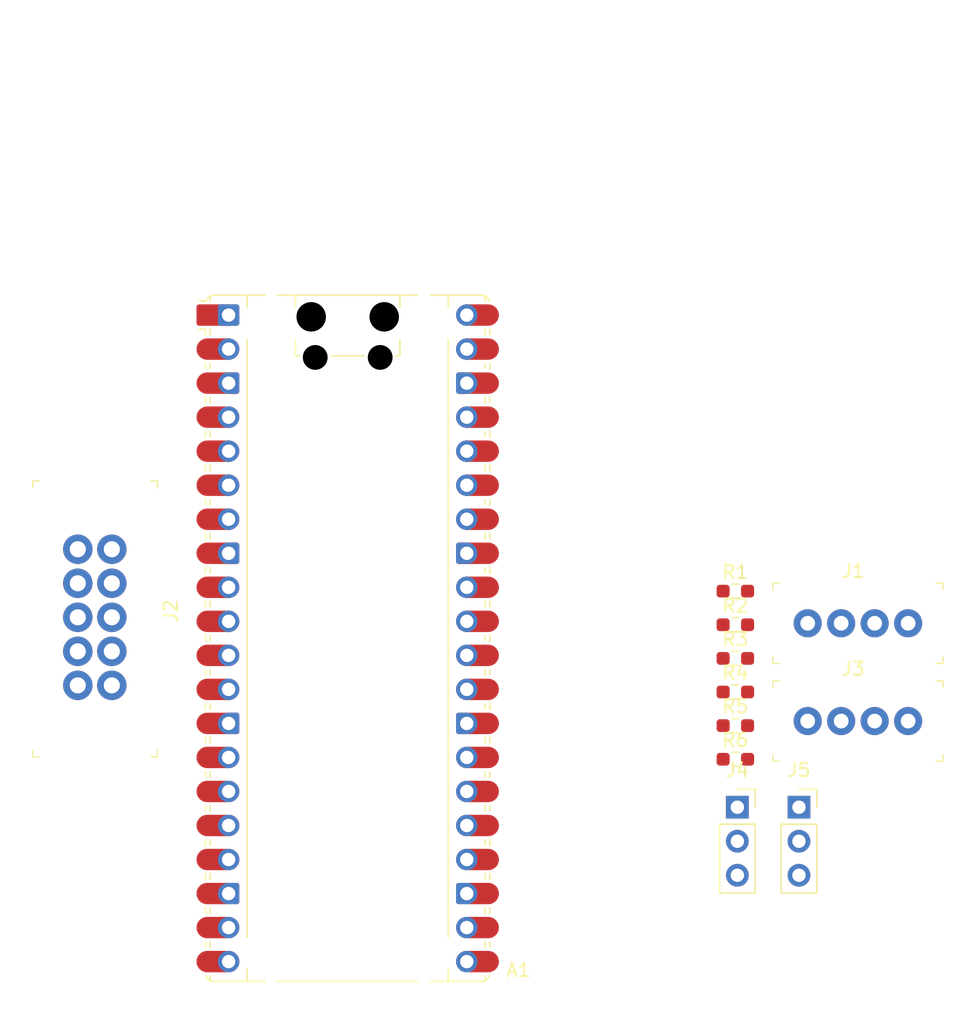
<source format=kicad_pcb>
(kicad_pcb (version 20241229) (generator "pcbnew") (generator_version "9.0")
  (layers (0 "F.Cu" signal) (2 "B.Cu" signal) (13 "F.Paste" user) (15 "B.Paste" user) (5 "F.SilkS" user "F.Silkscreen") (7 "B.SilkS" user "B.Silkscreen") (1 "F.Mask" user) (3 "B.Mask" user) (25 "Edge.Cuts" user))
  (net 0 "")
  (net 1 "GND")
  (net 2 "PDR")
  (net 3 "Encoder_LED_RED")
  (net 4 "DAT")
  (net 11 "I2C0_SDA")
  (net 12 "Encoder_PUSH")
  (net 16 "Encoder_LED_GREEN")
  (net 17 "LD")
  (net 19 "UART0_TX")
  (net 21 "CE")
  (net 24 "Encoder_A")
  (net 26 "UART0_RX")
  (net 27 "+5V")
  (net 28 "MUX")
  (net 29 "I2C0_SCL")
  (net 30 "+3.3V")
  (net 33 "Encoder_LED_BLUE")
  (net 34 "CLK")
  (net 36 "Encoder_B")
  (net 37 "LE")
  (net 48 "Net-(J5-Pin_2)")
  (net 49 "Net-(J5-Pin_1)")
  (net 50 "Net-(J5-Pin_4)")
  (footprint "Resistor_SMD:R_0603_1608Metric_Pad0.98x0.95mm_HandSolder" (layer "F.Cu") (at 148.55 97.645)
    (property "Reference" "R3" (at 0 -1.43 0) (layer "F.SilkS"))
    (property "Value" "1k")
    (fp_line (start -0.254724 -0.5225) (end 0.254724 -0.5225) (stroke (width 0.12)) (layer "F.SilkS"))
    (fp_line (start -0.254724 0.5225) (end 0.254724 0.5225) (stroke (width 0.12)) (layer "F.SilkS"))
    (pad "1" smd roundrect (at -0.9125 0) (size 0.975 0.95) (layers "F.Cu" "F.Mask" "F.Paste") (net 3 "Encoder_LED_RED"))
    (pad "2" smd roundrect (at 0.9125 0) (size 0.975 0.95) (layers "F.Cu" "F.Mask" "F.Paste") (net 49 "Net-(J5-Pin_1)"))
  )
  (footprint "digikey-footprints:PinHeader_2x5_P2.54mm_Drill1.2mm" (layer "F.Cu") (at 102 89.5 -90)
    (property "Reference" "J2" (at 4.6 -4.4 90) (layer "F.SilkS"))
    (property "Value" "302-S101")
    (fp_line (start -5.1 5.9) (end -4.6 5.9) (stroke (width 0.1)) (layer "F.SilkS"))
    (fp_line (start -5.1 5.9) (end -5.1 5.4) (stroke (width 0.1)) (layer "F.SilkS"))
    (fp_line (start 15.5 5.9) (end 15 5.9) (stroke (width 0.1)) (layer "F.SilkS"))
    (fp_line (start 15.5 5.9) (end 15.5 5.4) (stroke (width 0.1)) (layer "F.SilkS"))
    (fp_line (start -5.1 -3.4) (end -5.1 -2.9) (stroke (width 0.1)) (layer "F.SilkS"))
    (fp_line (start -5.1 -3.4) (end -4.6 -3.4) (stroke (width 0.1)) (layer "F.SilkS"))
    (fp_line (start 15.5 -3.4) (end 15.5 -2.9) (stroke (width 0.1)) (layer "F.SilkS"))
    (fp_line (start 15.5 -3.4) (end 15 -3.4) (stroke (width 0.1)) (layer "F.SilkS"))
    (pad "1" thru_hole circle (at 0 0 270) (size 2.2 2.2) (drill 1.2) (layers "*.Cu" "*.Mask") (net 1 "GND"))
    (pad "2" thru_hole circle (at 0 2.54 270) (size 2.2 2.2) (drill 1.2) (layers "*.Cu" "*.Mask") (net 30 "+3.3V"))
    (pad "3" thru_hole circle (at 2.54 0 270) (size 2.2 2.2) (drill 1.2) (layers "*.Cu" "*.Mask") (net 21 "CE"))
    (pad "4" thru_hole circle (at 2.54 2.54 270) (size 2.2 2.2) (drill 1.2) (layers "*.Cu" "*.Mask") (net 1 "GND"))
    (pad "5" thru_hole circle (at 5.08 0 270) (size 2.2 2.2) (drill 1.2) (layers "*.Cu" "*.Mask") (net 37 "LE"))
    (pad "6" thru_hole circle (at 5.08 2.54 270) (size 2.2 2.2) (drill 1.2) (layers "*.Cu" "*.Mask") (net 4 "DAT"))
    (pad "7" thru_hole circle (at 7.62 0 270) (size 2.2 2.2) (drill 1.2) (layers "*.Cu" "*.Mask") (net 34 "CLK"))
    (pad "8" thru_hole circle (at 7.62 2.54 270) (size 2.2 2.2) (drill 1.2) (layers "*.Cu" "*.Mask") (net 28 "MUX"))
    (pad "9" thru_hole circle (at 10.16 0 270) (size 2.2 2.2) (drill 1.2) (layers "*.Cu" "*.Mask") (net 17 "LD"))
    (pad "10" thru_hole circle (at 10.16 2.54 270) (size 2.2 2.2) (drill 1.2) (layers "*.Cu" "*.Mask") (net 2 "PDR"))
  )
  (footprint "Connector_PinSocket_2.54mm:PinSocket_1x03_P2.54mm_Vertical" (layer "F.Cu") (at 148.7 108.755)
    (property "Reference" "J4" (at 0 -2.77 0) (layer "F.SilkS"))
    (property "Value" "Conn_01x03_Socket")
    (fp_line (start -1.33 1.27) (end -1.33 6.41) (stroke (width 0.12)) (layer "F.SilkS"))
    (fp_line (start -1.33 1.27) (end 1.33 1.27) (stroke (width 0.12)) (layer "F.SilkS"))
    (fp_line (start -1.33 6.41) (end 1.33 6.41) (stroke (width 0.12)) (layer "F.SilkS"))
    (fp_line (start 0 -1.33) (end 1.33 -1.33) (stroke (width 0.12)) (layer "F.SilkS"))
    (fp_line (start 1.33 -1.33) (end 1.33 0) (stroke (width 0.12)) (layer "F.SilkS"))
    (fp_line (start 1.33 1.27) (end 1.33 6.41) (stroke (width 0.12)) (layer "F.SilkS"))
    (pad "1" thru_hole rect (at 0 0) (size 1.7 1.7) (drill 1) (layers "*.Cu" "*.Mask") (net 24 "Encoder_A"))
    (pad "2" thru_hole circle (at 0 2.54) (size 1.7 1.7) (drill 1) (layers "*.Cu" "*.Mask") (net 1 "GND"))
    (pad "3" thru_hole circle (at 0 5.08) (size 1.7 1.7) (drill 1) (layers "*.Cu" "*.Mask") (net 36 "Encoder_B"))
  )
  (footprint "Resistor_SMD:R_0603_1608Metric_Pad0.98x0.95mm_HandSolder" (layer "F.Cu") (at 148.55 95.135)
    (property "Reference" "R2" (at 0 -1.43 0) (layer "F.SilkS"))
    (property "Value" "NC")
    (fp_line (start -0.254724 -0.5225) (end 0.254724 -0.5225) (stroke (width 0.12)) (layer "F.SilkS"))
    (fp_line (start -0.254724 0.5225) (end 0.254724 0.5225) (stroke (width 0.12)) (layer "F.SilkS"))
    (pad "1" smd roundrect (at -0.9125 0) (size 0.975 0.95) (layers "F.Cu" "F.Mask" "F.Paste") (net 30 "+3.3V"))
    (pad "2" smd roundrect (at 0.9125 0) (size 0.975 0.95) (layers "F.Cu" "F.Mask" "F.Paste") (net 11 "I2C0_SDA"))
  )
  (footprint "digikey-footprints:PinHeader_1x4_P2.5mm_Drill1.1mm" (layer "F.Cu") (at 153.95 102.325)
    (property "Reference" "J3" (at 3.4 -3.9 0) (layer "F.SilkS"))
    (property "Value" "B4B-XH-A_LF__SN_")
    (fp_line (start -2.6 -3) (end -2.6 -2.5) (stroke (width 0.1)) (layer "F.SilkS"))
    (fp_line (start -2.6 -3) (end -2.1 -3) (stroke (width 0.1)) (layer "F.SilkS"))
    (fp_line (start -2.6 3) (end -2.6 2.5) (stroke (width 0.1)) (layer "F.SilkS"))
    (fp_line (start -2.6 3) (end -2.1 3) (stroke (width 0.1)) (layer "F.SilkS"))
    (fp_line (start 10.1 -3) (end 9.6 -3) (stroke (width 0.1)) (layer "F.SilkS"))
    (fp_line (start 10.1 -3) (end 10.1 -2.5) (stroke (width 0.1)) (layer "F.SilkS"))
    (fp_line (start 10.1 3) (end 9.6 3) (stroke (width 0.1)) (layer "F.SilkS"))
    (fp_line (start 10.1 3) (end 10.1 2.5) (stroke (width 0.1)) (layer "F.SilkS"))
    (pad "1" thru_hole circle (at 0 0) (size 2.1 2.1) (drill 1.1) (layers "*.Cu" "*.Mask") (net 27 "+5V"))
    (pad "2" thru_hole circle (at 2.5 0) (size 2.1 2.1) (drill 1.1) (layers "*.Cu" "*.Mask") (net 19 "UART0_TX"))
    (pad "3" thru_hole circle (at 5 0) (size 2.1 2.1) (drill 1.1) (layers "*.Cu" "*.Mask") (net 26 "UART0_RX"))
    (pad "4" thru_hole circle (at 7.5 0) (size 2.1 2.1) (drill 1.1) (layers "*.Cu" "*.Mask") (net 1 "GND"))
  )
  (footprint "Resistor_SMD:R_0603_1608Metric_Pad0.98x0.95mm_HandSolder" (layer "F.Cu") (at 148.55 105.175)
    (property "Reference" "R6" (at 0 -1.43 0) (layer "F.SilkS"))
    (property "Value" "10k")
    (fp_line (start -0.254724 -0.5225) (end 0.254724 -0.5225) (stroke (width 0.12)) (layer "F.SilkS"))
    (fp_line (start -0.254724 0.5225) (end 0.254724 0.5225) (stroke (width 0.12)) (layer "F.SilkS"))
    (pad "1" smd roundrect (at -0.9125 0) (size 0.975 0.95) (layers "F.Cu" "F.Mask" "F.Paste") (net 1 "GND"))
    (pad "2" smd roundrect (at 0.9125 0) (size 0.975 0.95) (layers "F.Cu" "F.Mask" "F.Paste") (net 12 "Encoder_PUSH"))
  )
  (footprint "Resistor_SMD:R_0603_1608Metric_Pad0.98x0.95mm_HandSolder" (layer "F.Cu") (at 148.55 102.665)
    (property "Reference" "R5" (at 0 -1.43 0) (layer "F.SilkS"))
    (property "Value" "1k")
    (fp_line (start -0.254724 -0.5225) (end 0.254724 -0.5225) (stroke (width 0.12)) (layer "F.SilkS"))
    (fp_line (start -0.254724 0.5225) (end 0.254724 0.5225) (stroke (width 0.12)) (layer "F.SilkS"))
    (pad "1" smd roundrect (at -0.9125 0) (size 0.975 0.95) (layers "F.Cu" "F.Mask" "F.Paste") (net 33 "Encoder_LED_BLUE"))
    (pad "2" smd roundrect (at 0.9125 0) (size 0.975 0.95) (layers "F.Cu" "F.Mask" "F.Paste") (net 50 "Net-(J5-Pin_4)"))
  )
  (footprint "Resistor_SMD:R_0603_1608Metric_Pad0.98x0.95mm_HandSolder" (layer "F.Cu") (at 148.55 92.625)
    (property "Reference" "R1" (at 0 -1.43 0) (layer "F.SilkS"))
    (property "Value" "NC")
    (fp_line (start -0.254724 -0.5225) (end 0.254724 -0.5225) (stroke (width 0.12)) (layer "F.SilkS"))
    (fp_line (start -0.254724 0.5225) (end 0.254724 0.5225) (stroke (width 0.12)) (layer "F.SilkS"))
    (pad "1" smd roundrect (at -0.9125 0) (size 0.975 0.95) (layers "F.Cu" "F.Mask" "F.Paste") (net 30 "+3.3V"))
    (pad "2" smd roundrect (at 0.9125 0) (size 0.975 0.95) (layers "F.Cu" "F.Mask" "F.Paste") (net 29 "I2C0_SCL"))
  )
  (footprint "digikey-footprints:PinHeader_1x4_P2.5mm_Drill1.1mm" (layer "F.Cu") (at 153.95 95.025)
    (property "Reference" "J1" (at 3.4 -3.9 0) (layer "F.SilkS"))
    (property "Value" "B4B-XH-A_LF__SN_")
    (fp_line (start -2.6 -3) (end -2.6 -2.5) (stroke (width 0.1)) (layer "F.SilkS"))
    (fp_line (start -2.6 -3) (end -2.1 -3) (stroke (width 0.1)) (layer "F.SilkS"))
    (fp_line (start -2.6 3) (end -2.6 2.5) (stroke (width 0.1)) (layer "F.SilkS"))
    (fp_line (start -2.6 3) (end -2.1 3) (stroke (width 0.1)) (layer "F.SilkS"))
    (fp_line (start 10.1 -3) (end 9.6 -3) (stroke (width 0.1)) (layer "F.SilkS"))
    (fp_line (start 10.1 -3) (end 10.1 -2.5) (stroke (width 0.1)) (layer "F.SilkS"))
    (fp_line (start 10.1 3) (end 9.6 3) (stroke (width 0.1)) (layer "F.SilkS"))
    (fp_line (start 10.1 3) (end 10.1 2.5) (stroke (width 0.1)) (layer "F.SilkS"))
    (pad "1" thru_hole circle (at 0 0) (size 2.1 2.1) (drill 1.1) (layers "*.Cu" "*.Mask") (net 30 "+3.3V"))
    (pad "2" thru_hole circle (at 2.5 0) (size 2.1 2.1) (drill 1.1) (layers "*.Cu" "*.Mask") (net 1 "GND"))
    (pad "3" thru_hole circle (at 5 0) (size 2.1 2.1) (drill 1.1) (layers "*.Cu" "*.Mask") (net 29 "I2C0_SCL"))
    (pad "4" thru_hole circle (at 7.5 0) (size 2.1 2.1) (drill 1.1) (layers "*.Cu" "*.Mask") (net 11 "I2C0_SDA"))
  )
  (footprint "Module:RaspberryPi_Pico_Common_Unspecified" (layer "F.Cu") (at 119.61 96.15)
    (property "Reference" "A1" (at 11.7475 24.765 0) (layer "F.SilkS") (effects (justify left)))
    (property "Value" "RaspberryPi_Pico")
    (fp_line (start -10.61 -23.07) (end -11.09 -23.07) (stroke (width 0.12)) (layer "F.SilkS"))
    (fp_line (start -10.61 -23.07) (end -10.61 -22.65) (stroke (width 0.12)) (layer "F.SilkS"))
    (fp_line (start -10.61 -20.53) (end -10.61 -20.11) (stroke (width 0.12)) (layer "F.SilkS"))
    (fp_line (start -10.61 -17.99) (end -10.61 -17.57) (stroke (width 0.12)) (layer "F.SilkS"))
    (fp_line (start -10.61 -15.45) (end -10.61 -15.03) (stroke (width 0.12)) (layer "F.SilkS"))
    (fp_line (start -10.61 -12.91) (end -10.61 -12.49) (stroke (width 0.12)) (layer "F.SilkS"))
    (fp_line (start -10.61 -10.37) (end -10.61 -9.95) (stroke (width 0.12)) (layer "F.SilkS"))
    (fp_line (start -10.61 -7.83) (end -10.61 -7.41) (stroke (width 0.12)) (layer "F.SilkS"))
    (fp_line (start -10.61 -5.29) (end -10.61 -4.87) (stroke (width 0.12)) (layer "F.SilkS"))
    (fp_line (start -10.61 -2.75) (end -10.61 -2.33) (stroke (width 0.12)) (layer "F.SilkS"))
    (fp_line (start -10.61 -0.21) (end -10.61 0.21) (stroke (width 0.12)) (layer "F.SilkS"))
    (fp_line (start -10.61 2.33) (end -10.61 2.75) (stroke (width 0.12)) (layer "F.SilkS"))
    (fp_line (start -10.61 4.87) (end -10.61 5.29) (stroke (width 0.12)) (layer "F.SilkS"))
    (fp_line (start -10.61 7.41) (end -10.61 7.83) (stroke (width 0.12)) (layer "F.SilkS"))
    (fp_line (start -10.61 9.95) (end -10.61 10.37) (stroke (width 0.12)) (layer "F.SilkS"))
    (fp_line (start -10.61 12.49) (end -10.61 12.91) (stroke (width 0.12)) (layer "F.SilkS"))
    (fp_line (start -10.61 15.03) (end -10.61 15.45) (stroke (width 0.12)) (layer "F.SilkS"))
    (fp_line (start -10.61 17.57) (end -10.61 17.99) (stroke (width 0.12)) (layer "F.SilkS"))
    (fp_line (start -10.61 20.11) (end -10.61 20.53) (stroke (width 0.12)) (layer "F.SilkS"))
    (fp_line (start -10.61 22.65) (end -10.61 23.07) (stroke (width 0.12)) (layer "F.SilkS"))
    (fp_line (start -10.579676 -25.19) (end -11.09 -25.19) (stroke (width 0.12)) (layer "F.SilkS"))
    (fp_line (start -10.27 -25.189937) (end -10.27 -25.547) (stroke (width 0.12)) (layer "F.SilkS"))
    (fp_line (start -10.27 -23.07) (end -10.27 -22.65) (stroke (width 0.12)) (layer "F.SilkS"))
    (fp_line (start -10.27 -20.53) (end -10.27 -20.11) (stroke (width 0.12)) (layer "F.SilkS"))
    (fp_line (start -10.27 -17.99) (end -10.27 -17.57) (stroke (width 0.12)) (layer "F.SilkS"))
    (fp_line (start -10.27 -15.45) (end -10.27 -15.03) (stroke (width 0.12)) (layer "F.SilkS"))
    (fp_line (start -10.27 -12.91) (end -10.27 -12.49) (stroke (width 0.12)) (layer "F.SilkS"))
    (fp_line (start -10.27 -10.37) (end -10.27 -9.95) (stroke (width 0.12)) (layer "F.SilkS"))
    (fp_line (start -10.27 -7.83) (end -10.27 -7.41) (stroke (width 0.12)) (layer "F.SilkS"))
    (fp_line (start -10.27 -5.29) (end -10.27 -4.87) (stroke (width 0.12)) (layer "F.SilkS"))
    (fp_line (start -10.27 -2.75) (end -10.27 -2.33) (stroke (width 0.12)) (layer "F.SilkS"))
    (fp_line (start -10.27 -0.21) (end -10.27 0.21) (stroke (width 0.12)) (layer "F.SilkS"))
    (fp_line (start -10.27 2.33) (end -10.27 2.75) (stroke (width 0.12)) (layer "F.SilkS"))
    (fp_line (start -10.27 4.87) (end -10.27 5.29) (stroke (width 0.12)) (layer "F.SilkS"))
    (fp_line (start -10.27 7.41) (end -10.27 7.83) (stroke (width 0.12)) (layer "F.SilkS"))
    (fp_line (start -10.27 9.95) (end -10.27 10.37) (stroke (width 0.12)) (layer "F.SilkS"))
    (fp_line (start -10.27 12.49) (end -10.27 12.91) (stroke (width 0.12)) (layer "F.SilkS"))
    (fp_line (start -10.27 15.03) (end -10.27 15.45) (stroke (width 0.12)) (layer "F.SilkS"))
    (fp_line (start -10.27 17.57) (end -10.27 17.99) (stroke (width 0.12)) (layer "F.SilkS"))
    (fp_line (start -10.27 20.11) (end -10.27 20.53) (stroke (width 0.12)) (layer "F.SilkS"))
    (fp_line (start -10.27 22.65) (end -10.27 23.07) (stroke (width 0.12)) (layer "F.SilkS"))
    (fp_line (start -10.27 25.189937) (end -10.27 25.547) (stroke (width 0.12)) (layer "F.SilkS"))
    (fp_line (start -10 -25.61) (end -7.51 -25.61) (stroke (width 0.12)) (layer "F.SilkS"))
    (fp_line (start -10 25.61) (end -6.162061 25.61) (stroke (width 0.12)) (layer "F.SilkS"))
    (fp_line (start -7.51 -25.61) (end -7.51 -24.69648) (stroke (width 0.12)) (layer "F.SilkS"))
    (fp_line (start -7.51 -25.61) (end -6.16206 -25.61) (stroke (width 0.12)) (layer "F.SilkS"))
    (fp_line (start -7.51 -22.30352) (end -7.51 22.30352) (stroke (width 0.12)) (layer "F.SilkS"))
    (fp_line (start -7.51 24.69648) (end -7.51 25.61) (stroke (width 0.12)) (layer "F.SilkS"))
    (fp_line (start -5.237939 -25.61) (end -4.235 -25.61) (stroke (width 0.12)) (layer "F.SilkS"))
    (fp_line (start -4.235 -25.61) (end 4.235 -25.61) (stroke (width 0.12)) (layer "F.SilkS"))
    (fp_line (start -3.9 -25.61) (end -3.9 -24.694) (stroke (width 0.12)) (layer "F.SilkS"))
    (fp_line (start -3.9 -22.306) (end -3.9 -21.09) (stroke (width 0.12)) (layer "F.SilkS"))
    (fp_line (start -3.9 -21.09) (end -3.60391 -21.09) (stroke (width 0.12)) (layer "F.SilkS"))
    (fp_line (start -3.6 25.61) (end -5.237939 25.61) (stroke (width 0.12)) (layer "F.SilkS"))
    (fp_line (start -1.24609 -21.09) (end 1.24609 -21.09) (stroke (width 0.12)) (layer "F.SilkS"))
    (fp_line (start 3.6 25.61) (end -3.6 25.61) (stroke (width 0.12)) (layer "F.SilkS"))
    (fp_line (start 3.60391 -21.09) (end 3.9 -21.09) (stroke (width 0.12)) (layer "F.SilkS"))
    (fp_line (start 3.9 -25.61) (end 3.9 -24.694) (stroke (width 0.12)) (layer "F.SilkS"))
    (fp_line (start 3.9 -22.306) (end 3.9 -21.09) (stroke (width 0.12)) (layer "F.SilkS"))
    (fp_line (start 4.235 -25.61) (end 5.237939 -25.61) (stroke (width 0.12)) (layer "F.SilkS"))
    (fp_line (start 5.237939 25.61) (end 3.6 25.61) (stroke (width 0.12)) (layer "F.SilkS"))
    (fp_line (start 6.162061 -25.61) (end 7.51 -25.61) (stroke (width 0.12)) (layer "F.SilkS"))
    (fp_line (start 6.162061 25.61) (end 10 25.61) (stroke (width 0.12)) (layer "F.SilkS"))
    (fp_line (start 7.51 -25.61) (end 7.51 -24.69648) (stroke (width 0.12)) (layer "F.SilkS"))
    (fp_line (start 7.51 -22.30352) (end 7.51 22.30352) (stroke (width 0.12)) (layer "F.SilkS"))
    (fp_line (start 7.51 24.69648) (end 7.51 25.61) (stroke (width 0.12)) (layer "F.SilkS"))
    (fp_line (start 10 -25.61) (end 7.51 -25.61) (stroke (width 0.12)) (layer "F.SilkS"))
    (fp_line (start 10.27 -25.189937) (end 10.27 -25.547) (stroke (width 0.12)) (layer "F.SilkS"))
    (fp_line (start 10.27 -23.07) (end 10.27 -22.65) (stroke (width 0.12)) (layer "F.SilkS"))
    (fp_line (start 10.27 -20.53) (end 10.27 -20.11) (stroke (width 0.12)) (layer "F.SilkS"))
    (fp_line (start 10.27 -17.99) (end 10.27 -17.57) (stroke (width 0.12)) (layer "F.SilkS"))
    (fp_line (start 10.27 -15.45) (end 10.27 -15.03) (stroke (width 0.12)) (layer "F.SilkS"))
    (fp_line (start 10.27 -12.91) (end 10.27 -12.49) (stroke (width 0.12)) (layer "F.SilkS"))
    (fp_line (start 10.27 -10.37) (end 10.27 -9.95) (stroke (width 0.12)) (layer "F.SilkS"))
    (fp_line (start 10.27 -7.83) (end 10.27 -7.41) (stroke (width 0.12)) (layer "F.SilkS"))
    (fp_line (start 10.27 -5.29) (end 10.27 -4.87) (stroke (width 0.12)) (layer "F.SilkS"))
    (fp_line (start 10.27 -2.75) (end 10.27 -2.33) (stroke (width 0.12)) (layer "F.SilkS"))
    (fp_line (start 10.27 -0.21) (end 10.27 0.21) (stroke (width 0.12)) (layer "F.SilkS"))
    (fp_line (start 10.27 2.33) (end 10.27 2.75) (stroke (width 0.12)) (layer "F.SilkS"))
    (fp_line (start 10.27 4.87) (end 10.27 5.29) (stroke (width 0.12)) (layer "F.SilkS"))
    (fp_line (start 10.27 7.41) (end 10.27 7.83) (stroke (width 0.12)) (layer "F.SilkS"))
    (fp_line (start 10.27 9.95) (end 10.27 10.37) (stroke (width 0.12)) (layer "F.SilkS"))
    (fp_line (start 10.27 12.49) (end 10.27 12.91) (stroke (width 0.12)) (layer "F.SilkS"))
    (fp_line (start 10.27 15.03) (end 10.27 15.45) (stroke (width 0.12)) (layer "F.SilkS"))
    (fp_line (start 10.27 17.57) (end 10.27 17.99) (stroke (width 0.12)) (layer "F.SilkS"))
    (fp_line (start 10.27 20.11) (end 10.27 20.53) (stroke (width 0.12)) (layer "F.SilkS"))
    (fp_line (start 10.27 22.65) (end 10.27 23.07) (stroke (width 0.12)) (layer "F.SilkS"))
    (fp_line (start 10.27 25.189937) (end 10.27 25.547) (stroke (width 0.12)) (layer "F.SilkS"))
    (fp_line (start 10.61 -23.07) (end 10.61 -22.65) (stroke (width 0.12)) (layer "F.SilkS"))
    (fp_line (start 10.61 -20.53) (end 10.61 -20.11) (stroke (width 0.12)) (layer "F.SilkS"))
    (fp_line (start 10.61 -17.99) (end 10.61 -17.57) (stroke (width 0.12)) (layer "F.SilkS"))
    (fp_line (start 10.61 -15.45) (end 10.61 -15.03) (stroke (width 0.12)) (layer "F.SilkS"))
    (fp_line (start 10.61 -12.91) (end 10.61 -12.49) (stroke (width 0.12)) (layer "F.SilkS"))
    (fp_line (start 10.61 -10.37) (end 10.61 -9.95) (stroke (width 0.12)) (layer "F.SilkS"))
    (fp_line (start 10.61 -7.83) (end 10.61 -7.41) (stroke (width 0.12)) (layer "F.SilkS"))
    (fp_line (start 10.61 -5.29) (end 10.61 -4.87) (stroke (width 0.12)) (layer "F.SilkS"))
    (fp_line (start 10.61 -2.75) (end 10.61 -2.33) (stroke (width 0.12)) (layer "F.SilkS"))
    (fp_line (start 10.61 -0.21) (end 10.61 0.21) (stroke (width 0.12)) (layer "F.SilkS"))
    (fp_line (start 10.61 2.33) (end 10.61 2.75) (stroke (width 0.12)) (layer "F.SilkS"))
    (fp_line (start 10.61 4.87) (end 10.61 5.29) (stroke (width 0.12)) (layer "F.SilkS"))
    (fp_line (start 10.61 7.41) (end 10.61 7.83) (stroke (width 0.12)) (layer "F.SilkS"))
    (fp_line (start 10.61 9.95) (end 10.61 10.37) (stroke (width 0.12)) (layer "F.SilkS"))
    (fp_line (start 10.61 12.49) (end 10.61 12.91) (stroke (width 0.12)) (layer "F.SilkS"))
    (fp_line (start 10.61 15.03) (end 10.61 15.45) (stroke (width 0.12)) (layer "F.SilkS"))
    (fp_line (start 10.61 17.57) (end 10.61 17.99) (stroke (width 0.12)) (layer "F.SilkS"))
    (fp_line (start 10.61 20.11) (end 10.61 20.53) (stroke (width 0.12)) (layer "F.SilkS"))
    (fp_line (start 10.61 22.65) (end 10.61 23.07) (stroke (width 0.12)) (layer "F.SilkS"))
    (fp_arc (start -10.579676 -25.19) (mid -10.357938 -25.493944) (end -10 -25.61) (stroke (width 0.12)) (layer "F.SilkS"))
    (fp_arc (start -10 25.61) (mid -10.357937 25.493944) (end -10.579676 25.189937) (stroke (width 0.12)) (layer "F.SilkS"))
    (fp_arc (start 10 -25.61) (mid 10.357937 -25.493944) (end 10.579676 -25.189937) (stroke (width 0.12)) (layer "F.SilkS"))
    (fp_arc (start 10.579676 25.189937) (mid 10.357946 25.493957) (end 10 25.61) (stroke (width 0.12)) (layer "F.SilkS"))
    (pad "" np_thru_hole circle (at -2.725 -24) (size 2.2 2.2) (drill 2.2) (layers "*.Mask"))
    (pad "" np_thru_hole circle (at -2.425 -20.97) (size 1.85 1.85) (drill 1.85) (layers "*.Mask"))
    (pad "" np_thru_hole circle (at 2.425 -20.97) (size 1.85 1.85) (drill 1.85) (layers "*.Mask"))
    (pad "" np_thru_hole circle (at 2.725 -24) (size 2.2 2.2) (drill 2.2) (layers "*.Mask"))
    (pad "1" smd custom (at -9.69 -24.13) (size 1.6 0.8) (layers "F.Cu" "F.Mask") (net 19 "UART0_TX") (options (clearance outline) (anchor rect)) (primitives (gr_circle (center 0.8 0) (end 1.6 0) (width 0) (fill yes)) (gr_poly (pts (xy -1.6 -0.6) (xy -1.6 0.6) (xy -1.4 0.8) (xy 0.8 0.8) (xy 0.8 -0.8) (xy -1.4 -0.8)) (width 0) (fill yes)) (gr_circle (center -1.4 -0.6) (end -1.2 -0.6) (width 0) (fill yes)) (gr_circle (center -1.4 0.6) (end -1.2 0.6) (width 0) (fill yes))))
    (pad "1" thru_hole roundrect (at -8.89 -24.13) (size 1.6 1.6) (drill 1) (layers "*.Cu" "*.Mask") (roundrect_rratio 0.125) (net 19 "UART0_TX"))
    (pad "2" smd roundrect (at -9.69 -21.59) (size 3.2 1.6) (layers "F.Cu" "F.Mask") (roundrect_rratio 0.5) (net 26 "UART0_RX"))
    (pad "2" thru_hole circle (at -8.89 -21.59) (size 1.6 1.6) (drill 1) (layers "*.Cu" "*.Mask") (net 26 "UART0_RX"))
    (pad "3" smd custom (at -9.69 -19.05) (size 1.6 0.8) (layers "F.Cu" "F.Mask") (net 1 "GND") (options (clearance outline) (anchor rect)) (primitives (gr_circle (center -0.8 0) (end 0 0) (width 0) (fill yes)) (gr_poly (pts (xy 1.6 -0.6) (xy 1.6 0.6) (xy 1.4 0.8) (xy -0.8 0.8) (xy -0.8 -0.8) (xy 1.4 -0.8)) (width 0) (fill yes)) (gr_circle (center 1.4 -0.6) (end 1.6 -0.6) (width 0) (fill yes)) (gr_circle (center 1.4 0.6) (end 1.6 0.6) (width 0) (fill yes))))
    (pad "3" thru_hole custom (at -8.89 -19.05) (size 1.6 1.6) (drill 1) (layers "*.Cu" "*.Mask") (net 1 "GND") (options (clearance outline) (anchor circle)) (primitives (gr_poly (pts (xy 0.8 0.6) (xy 0.8 -0.6) (xy 0.6 -0.8) (xy 0 -0.8) (xy 0 0.8) (xy 0.6 0.8)) (width 0) (fill yes)) (gr_circle (center 0.6 0.6) (end 0.8 0.6) (width 0) (fill yes)) (gr_circle (center 0.6 -0.6) (end 0.8 -0.6) (width 0) (fill yes))))
    (pad "4" smd roundrect (at -9.69 -16.51) (size 3.2 1.6) (layers "F.Cu" "F.Mask") (roundrect_rratio 0.5) (net 34 "CLK"))
    (pad "4" thru_hole circle (at -8.89 -16.51) (size 1.6 1.6) (drill 1) (layers "*.Cu" "*.Mask") (net 34 "CLK"))
    (pad "5" smd roundrect (at -9.69 -13.97) (size 3.2 1.6) (layers "F.Cu" "F.Mask") (roundrect_rratio 0.5) (net 4 "DAT"))
    (pad "5" thru_hole circle (at -8.89 -13.97) (size 1.6 1.6) (drill 1) (layers "*.Cu" "*.Mask") (net 4 "DAT"))
    (pad "6" smd roundrect (at -9.69 -11.43) (size 3.2 1.6) (layers "F.Cu" "F.Mask") (roundrect_rratio 0.5) (net 28 "MUX"))
    (pad "6" thru_hole circle (at -8.89 -11.43) (size 1.6 1.6) (drill 1) (layers "*.Cu" "*.Mask") (net 28 "MUX"))
    (pad "7" smd roundrect (at -9.69 -8.89) (size 3.2 1.6) (layers "F.Cu" "F.Mask") (roundrect_rratio 0.5) (net 21 "CE"))
    (pad "7" thru_hole circle (at -8.89 -8.89) (size 1.6 1.6) (drill 1) (layers "*.Cu" "*.Mask") (net 21 "CE"))
    (pad "8" smd custom (at -9.69 -6.35) (size 1.6 0.8) (layers "F.Cu" "F.Mask") (net 1 "GND") (options (clearance outline) (anchor rect)) (primitives (gr_circle (center -0.8 0) (end 0 0) (width 0) (fill yes)) (gr_poly (pts (xy 1.6 -0.6) (xy 1.6 0.6) (xy 1.4 0.8) (xy -0.8 0.8) (xy -0.8 -0.8) (xy 1.4 -0.8)) (width 0) (fill yes)) (gr_circle (center 1.4 -0.6) (end 1.6 -0.6) (width 0) (fill yes)) (gr_circle (center 1.4 0.6) (end 1.6 0.6) (width 0) (fill yes))))
    (pad "8" thru_hole custom (at -8.89 -6.35) (size 1.6 1.6) (drill 1) (layers "*.Cu" "*.Mask") (net 1 "GND") (options (clearance outline) (anchor circle)) (primitives (gr_poly (pts (xy 0.8 0.6) (xy 0.8 -0.6) (xy 0.6 -0.8) (xy 0 -0.8) (xy 0 0.8) (xy 0.6 0.8)) (width 0) (fill yes)) (gr_circle (center 0.6 0.6) (end 0.8 0.6) (width 0) (fill yes)) (gr_circle (center 0.6 -0.6) (end 0.8 -0.6) (width 0) (fill yes))))
    (pad "9" smd roundrect (at -9.69 -3.81) (size 3.2 1.6) (layers "F.Cu" "F.Mask") (roundrect_rratio 0.5) (net 2 "PDR"))
    (pad "9" thru_hole circle (at -8.89 -3.81) (size 1.6 1.6) (drill 1) (layers "*.Cu" "*.Mask") (net 2 "PDR"))
    (pad "10" smd roundrect (at -9.69 -1.27) (size 3.2 1.6) (layers "F.Cu" "F.Mask") (roundrect_rratio 0.5) (net 37 "LE"))
    (pad "10" thru_hole circle (at -8.89 -1.27) (size 1.6 1.6) (drill 1) (layers "*.Cu" "*.Mask") (net 37 "LE"))
    (pad "11" smd roundrect (at -9.69 1.27) (size 3.2 1.6) (layers "F.Cu" "F.Mask") (roundrect_rratio 0.5) (net 17 "LD"))
    (pad "11" thru_hole circle (at -8.89 1.27) (size 1.6 1.6) (drill 1) (layers "*.Cu" "*.Mask") (net 17 "LD"))
    (pad "12" smd roundrect (at -9.69 3.81) (size 3.2 1.6) (layers "F.Cu" "F.Mask") (roundrect_rratio 0.5))
    (pad "12" thru_hole circle (at -8.89 3.81) (size 1.6 1.6) (drill 1) (layers "*.Cu" "*.Mask"))
    (pad "13" smd custom (at -9.69 6.35) (size 1.6 0.8) (layers "F.Cu" "F.Mask") (net 1 "GND") (options (clearance outline) (anchor rect)) (primitives (gr_circle (center -0.8 0) (end 0 0) (width 0) (fill yes)) (gr_poly (pts (xy 1.6 -0.6) (xy 1.6 0.6) (xy 1.4 0.8) (xy -0.8 0.8) (xy -0.8 -0.8) (xy 1.4 -0.8)) (width 0) (fill yes)) (gr_circle (center 1.4 -0.6) (end 1.6 -0.6) (width 0) (fill yes)) (gr_circle (center 1.4 0.6) (end 1.6 0.6) (width 0) (fill yes))))
    (pad "13" thru_hole custom (at -8.89 6.35) (size 1.6 1.6) (drill 1) (layers "*.Cu" "*.Mask") (net 1 "GND") (options (clearance outline) (anchor circle)) (primitives (gr_poly (pts (xy 0.8 0.6) (xy 0.8 -0.6) (xy 0.6 -0.8) (xy 0 -0.8) (xy 0 0.8) (xy 0.6 0.8)) (width 0) (fill yes)) (gr_circle (center 0.6 0.6) (end 0.8 0.6) (width 0) (fill yes)) (gr_circle (center 0.6 -0.6) (end 0.8 -0.6) (width 0) (fill yes))))
    (pad "14" smd roundrect (at -9.69 8.89) (size 3.2 1.6) (layers "F.Cu" "F.Mask") (roundrect_rratio 0.5) (net 24 "Encoder_A"))
    (pad "14" thru_hole circle (at -8.89 8.89) (size 1.6 1.6) (drill 1) (layers "*.Cu" "*.Mask") (net 24 "Encoder_A"))
    (pad "15" smd roundrect (at -9.69 11.43) (size 3.2 1.6) (layers "F.Cu" "F.Mask") (roundrect_rratio 0.5) (net 36 "Encoder_B"))
    (pad "15" thru_hole circle (at -8.89 11.43) (size 1.6 1.6) (drill 1) (layers "*.Cu" "*.Mask") (net 36 "Encoder_B"))
    (pad "16" smd roundrect (at -9.69 13.97) (size 3.2 1.6) (layers "F.Cu" "F.Mask") (roundrect_rratio 0.5))
    (pad "16" thru_hole circle (at -8.89 13.97) (size 1.6 1.6) (drill 1) (layers "*.Cu" "*.Mask"))
    (pad "17" smd roundrect (at -9.69 16.51) (size 3.2 1.6) (layers "F.Cu" "F.Mask") (roundrect_rratio 0.5))
    (pad "17" thru_hole circle (at -8.89 16.51) (size 1.6 1.6) (drill 1) (layers "*.Cu" "*.Mask"))
    (pad "18" smd custom (at -9.69 19.05) (size 1.6 0.8) (layers "F.Cu" "F.Mask") (net 1 "GND") (options (clearance outline) (anchor rect)) (primitives (gr_circle (center -0.8 0) (end 0 0) (width 0) (fill yes)) (gr_poly (pts (xy 1.6 -0.6) (xy 1.6 0.6) (xy 1.4 0.8) (xy -0.8 0.8) (xy -0.8 -0.8) (xy 1.4 -0.8)) (width 0) (fill yes)) (gr_circle (center 1.4 -0.6) (end 1.6 -0.6) (width 0) (fill yes)) (gr_circle (center 1.4 0.6) (end 1.6 0.6) (width 0) (fill yes))))
    (pad "18" thru_hole custom (at -8.89 19.05) (size 1.6 1.6) (drill 1) (layers "*.Cu" "*.Mask") (net 1 "GND") (options (clearance outline) (anchor circle)) (primitives (gr_poly (pts (xy 0.8 0.6) (xy 0.8 -0.6) (xy 0.6 -0.8) (xy 0 -0.8) (xy 0 0.8) (xy 0.6 0.8)) (width 0) (fill yes)) (gr_circle (center 0.6 0.6) (end 0.8 0.6) (width 0) (fill yes)) (gr_circle (center 0.6 -0.6) (end 0.8 -0.6) (width 0) (fill yes))))
    (pad "19" smd roundrect (at -9.69 21.59) (size 3.2 1.6) (layers "F.Cu" "F.Mask") (roundrect_rratio 0.5))
    (pad "19" thru_hole circle (at -8.89 21.59) (size 1.6 1.6) (drill 1) (layers "*.Cu" "*.Mask"))
    (pad "20" smd roundrect (at -9.69 24.13) (size 3.2 1.6) (layers "F.Cu" "F.Mask") (roundrect_rratio 0.5))
    (pad "20" thru_hole circle (at -8.89 24.13) (size 1.6 1.6) (drill 1) (layers "*.Cu" "*.Mask"))
    (pad "21" thru_hole circle (at 8.89 24.13) (size 1.6 1.6) (drill 1) (layers "*.Cu" "*.Mask") (net 11 "I2C0_SDA"))
    (pad "21" smd roundrect (at 9.69 24.13) (size 3.2 1.6) (layers "F.Cu" "F.Mask") (roundrect_rratio 0.5) (net 11 "I2C0_SDA"))
    (pad "22" thru_hole circle (at 8.89 21.59) (size 1.6 1.6) (drill 1) (layers "*.Cu" "*.Mask") (net 29 "I2C0_SCL"))
    (pad "22" smd roundrect (at 9.69 21.59) (size 3.2 1.6) (layers "F.Cu" "F.Mask") (roundrect_rratio 0.5) (net 29 "I2C0_SCL"))
    (pad "23" thru_hole custom (at 8.89 19.05) (size 1.6 1.6) (drill 1) (layers "*.Cu" "*.Mask") (net 1 "GND") (options (clearance outline) (anchor circle)) (primitives (gr_poly (pts (xy -0.8 0.6) (xy -0.8 -0.6) (xy -0.6 -0.8) (xy 0 -0.8) (xy 0 0.8) (xy -0.6 0.8)) (width 0) (fill yes)) (gr_circle (center -0.6 0.6) (end -0.4 0.6) (width 0) (fill yes)) (gr_circle (center -0.6 -0.6) (end -0.4 -0.6) (width 0) (fill yes))))
    (pad "23" smd custom (at 9.69 19.05) (size 1.6 0.8) (layers "F.Cu" "F.Mask") (net 1 "GND") (options (clearance outline) (anchor rect)) (primitives (gr_circle (center 0.8 0) (end 1.6 0) (width 0) (fill yes)) (gr_poly (pts (xy -1.6 -0.6) (xy -1.6 0.6) (xy -1.4 0.8) (xy 0.8 0.8) (xy 0.8 -0.8) (xy -1.4 -0.8)) (width 0) (fill yes)) (gr_circle (center -1.4 -0.6) (end -1.2 -0.6) (width 0) (fill yes)) (gr_circle (center -1.4 0.6) (end -1.2 0.6) (width 0) (fill yes))))
    (pad "24" thru_hole circle (at 8.89 16.51) (size 1.6 1.6) (drill 1) (layers "*.Cu" "*.Mask") (net 12 "Encoder_PUSH"))
    (pad "24" smd roundrect (at 9.69 16.51) (size 3.2 1.6) (layers "F.Cu" "F.Mask") (roundrect_rratio 0.5) (net 12 "Encoder_PUSH"))
    (pad "25" thru_hole circle (at 8.89 13.97) (size 1.6 1.6) (drill 1) (layers "*.Cu" "*.Mask") (net 3 "Encoder_LED_RED"))
    (pad "25" smd roundrect (at 9.69 13.97) (size 3.2 1.6) (layers "F.Cu" "F.Mask") (roundrect_rratio 0.5) (net 3 "Encoder_LED_RED"))
    (pad "26" thru_hole circle (at 8.89 11.43) (size 1.6 1.6) (drill 1) (layers "*.Cu" "*.Mask") (net 16 "Encoder_LED_GREEN"))
    (pad "26" smd roundrect (at 9.69 11.43) (size 3.2 1.6) (layers "F.Cu" "F.Mask") (roundrect_rratio 0.5) (net 16 "Encoder_LED_GREEN"))
    (pad "27" thru_hole circle (at 8.89 8.89) (size 1.6 1.6) (drill 1) (layers "*.Cu" "*.Mask") (net 33 "Encoder_LED_BLUE"))
    (pad "27" smd roundrect (at 9.69 8.89) (size 3.2 1.6) (layers "F.Cu" "F.Mask") (roundrect_rratio 0.5) (net 33 "Encoder_LED_BLUE"))
    (pad "28" thru_hole custom (at 8.89 6.35) (size 1.6 1.6) (drill 1) (layers "*.Cu" "*.Mask") (net 1 "GND") (options (clearance outline) (anchor circle)) (primitives (gr_poly (pts (xy -0.8 0.6) (xy -0.8 -0.6) (xy -0.6 -0.8) (xy 0 -0.8) (xy 0 0.8) (xy -0.6 0.8)) (width 0) (fill yes)) (gr_circle (center -0.6 0.6) (end -0.4 0.6) (width 0) (fill yes)) (gr_circle (center -0.6 -0.6) (end -0.4 -0.6) (width 0) (fill yes))))
    (pad "28" smd custom (at 9.69 6.35) (size 1.6 0.8) (layers "F.Cu" "F.Mask") (net 1 "GND") (options (clearance outline) (anchor rect)) (primitives (gr_circle (center 0.8 0) (end 1.6 0) (width 0) (fill yes)) (gr_poly (pts (xy -1.6 -0.6) (xy -1.6 0.6) (xy -1.4 0.8) (xy 0.8 0.8) (xy 0.8 -0.8) (xy -1.4 -0.8)) (width 0) (fill yes)) (gr_circle (center -1.4 -0.6) (end -1.2 -0.6) (width 0) (fill yes)) (gr_circle (center -1.4 0.6) (end -1.2 0.6) (width 0) (fill yes))))
    (pad "29" thru_hole circle (at 8.89 3.81) (size 1.6 1.6) (drill 1) (layers "*.Cu" "*.Mask"))
    (pad "29" smd roundrect (at 9.69 3.81) (size 3.2 1.6) (layers "F.Cu" "F.Mask") (roundrect_rratio 0.5))
    (pad "30" thru_hole circle (at 8.89 1.27) (size 1.6 1.6) (drill 1) (layers "*.Cu" "*.Mask"))
    (pad "30" smd roundrect (at 9.69 1.27) (size 3.2 1.6) (layers "F.Cu" "F.Mask") (roundrect_rratio 0.5))
    (pad "31" thru_hole circle (at 8.89 -1.27) (size 1.6 1.6) (drill 1) (layers "*.Cu" "*.Mask"))
    (pad "31" smd roundrect (at 9.69 -1.27) (size 3.2 1.6) (layers "F.Cu" "F.Mask") (roundrect_rratio 0.5))
    (pad "32" thru_hole circle (at 8.89 -3.81) (size 1.6 1.6) (drill 1) (layers "*.Cu" "*.Mask"))
    (pad "32" smd roundrect (at 9.69 -3.81) (size 3.2 1.6) (layers "F.Cu" "F.Mask") (roundrect_rratio 0.5))
    (pad "33" thru_hole custom (at 8.89 -6.35) (size 1.6 1.6) (drill 1) (layers "*.Cu" "*.Mask") (options (clearance outline) (anchor circle)) (primitives (gr_poly (pts (xy -0.8 0.6) (xy -0.8 -0.6) (xy -0.6 -0.8) (xy 0 -0.8) (xy 0 0.8) (xy -0.6 0.8)) (width 0) (fill yes)) (gr_circle (center -0.6 0.6) (end -0.4 0.6) (width 0) (fill yes)) (gr_circle (center -0.6 -0.6) (end -0.4 -0.6) (width 0) (fill yes))))
    (pad "33" smd custom (at 9.69 -6.35) (size 1.6 0.8) (layers "F.Cu" "F.Mask") (options (clearance outline) (anchor rect)) (primitives (gr_circle (center 0.8 0) (end 1.6 0) (width 0) (fill yes)) (gr_poly (pts (xy -1.6 -0.6) (xy -1.6 0.6) (xy -1.4 0.8) (xy 0.8 0.8) (xy 0.8 -0.8) (xy -1.4 -0.8)) (width 0) (fill yes)) (gr_circle (center -1.4 -0.6) (end -1.2 -0.6) (width 0) (fill yes)) (gr_circle (center -1.4 0.6) (end -1.2 0.6) (width 0) (fill yes))))
    (pad "34" thru_hole circle (at 8.89 -8.89) (size 1.6 1.6) (drill 1) (layers "*.Cu" "*.Mask"))
    (pad "34" smd roundrect (at 9.69 -8.89) (size 3.2 1.6) (layers "F.Cu" "F.Mask") (roundrect_rratio 0.5))
    (pad "35" thru_hole circle (at 8.89 -11.43) (size 1.6 1.6) (drill 1) (layers "*.Cu" "*.Mask"))
    (pad "35" smd roundrect (at 9.69 -11.43) (size 3.2 1.6) (layers "F.Cu" "F.Mask") (roundrect_rratio 0.5))
    (pad "36" thru_hole circle (at 8.89 -13.97) (size 1.6 1.6) (drill 1) (layers "*.Cu" "*.Mask") (net 30 "+3.3V"))
    (pad "36" smd roundrect (at 9.69 -13.97) (size 3.2 1.6) (layers "F.Cu" "F.Mask") (roundrect_rratio 0.5) (net 30 "+3.3V"))
    (pad "37" thru_hole circle (at 8.89 -16.51) (size 1.6 1.6) (drill 1) (layers "*.Cu" "*.Mask"))
    (pad "37" smd roundrect (at 9.69 -16.51) (size 3.2 1.6) (layers "F.Cu" "F.Mask") (roundrect_rratio 0.5))
    (pad "38" thru_hole custom (at 8.89 -19.05) (size 1.6 1.6) (drill 1) (layers "*.Cu" "*.Mask") (net 1 "GND") (options (clearance outline) (anchor circle)) (primitives (gr_poly (pts (xy -0.8 0.6) (xy -0.8 -0.6) (xy -0.6 -0.8) (xy 0 -0.8) (xy 0 0.8) (xy -0.6 0.8)) (width 0) (fill yes)) (gr_circle (center -0.6 0.6) (end -0.4 0.6) (width 0) (fill yes)) (gr_circle (center -0.6 -0.6) (end -0.4 -0.6) (width 0) (fill yes))))
    (pad "38" smd custom (at 9.69 -19.05) (size 1.6 0.8) (layers "F.Cu" "F.Mask") (net 1 "GND") (options (clearance outline) (anchor rect)) (primitives (gr_circle (center 0.8 0) (end 1.6 0) (width 0) (fill yes)) (gr_poly (pts (xy -1.6 -0.6) (xy -1.6 0.6) (xy -1.4 0.8) (xy 0.8 0.8) (xy 0.8 -0.8) (xy -1.4 -0.8)) (width 0) (fill yes)) (gr_circle (center -1.4 -0.6) (end -1.2 -0.6) (width 0) (fill yes)) (gr_circle (center -1.4 0.6) (end -1.2 0.6) (width 0) (fill yes))))
    (pad "39" thru_hole circle (at 8.89 -21.59) (size 1.6 1.6) (drill 1) (layers "*.Cu" "*.Mask"))
    (pad "39" smd roundrect (at 9.69 -21.59) (size 3.2 1.6) (layers "F.Cu" "F.Mask") (roundrect_rratio 0.5))
    (pad "40" thru_hole circle (at 8.89 -24.13) (size 1.6 1.6) (drill 1) (layers "*.Cu" "*.Mask") (net 27 "+5V"))
    (pad "40" smd roundrect (at 9.69 -24.13) (size 3.2 1.6) (layers "F.Cu" "F.Mask") (roundrect_rratio 0.5) (net 27 "+5V"))
  )
  (footprint "Connector_PinSocket_2.54mm:PinSocket_1x03_P2.54mm_Vertical" (layer "F.Cu") (at 153.3 108.755)
    (property "Reference" "J5" (at 0 -2.77 0) (layer "F.SilkS"))
    (property "Value" "Conn_01x05_Socket")
    (fp_line (start -1.33 1.27) (end -1.33 6.41) (stroke (width 0.12)) (layer "F.SilkS"))
    (fp_line (start -1.33 1.27) (end 1.33 1.27) (stroke (width 0.12)) (layer "F.SilkS"))
    (fp_line (start -1.33 6.41) (end 1.33 6.41) (stroke (width 0.12)) (layer "F.SilkS"))
    (fp_line (start 0 -1.33) (end 1.33 -1.33) (stroke (width 0.12)) (layer "F.SilkS"))
    (fp_line (start 1.33 -1.33) (end 1.33 0) (stroke (width 0.12)) (layer "F.SilkS"))
    (fp_line (start 1.33 1.27) (end 1.33 6.41) (stroke (width 0.12)) (layer "F.SilkS"))
    (pad "1" thru_hole rect (at 0 0) (size 1.7 1.7) (drill 1) (layers "*.Cu" "*.Mask") (net 49 "Net-(J5-Pin_1)"))
    (pad "2" thru_hole circle (at 0 2.54) (size 1.7 1.7) (drill 1) (layers "*.Cu" "*.Mask") (net 48 "Net-(J5-Pin_2)"))
    (pad "3" thru_hole circle (at 0 5.08) (size 1.7 1.7) (drill 1) (layers "*.Cu" "*.Mask") (net 12 "Encoder_PUSH"))
  )
  (footprint "Resistor_SMD:R_0603_1608Metric_Pad0.98x0.95mm_HandSolder" (layer "F.Cu") (at 148.55 100.155)
    (property "Reference" "R4" (at 0 -1.43 0) (layer "F.SilkS"))
    (property "Value" "1k")
    (fp_line (start -0.254724 -0.5225) (end 0.254724 -0.5225) (stroke (width 0.12)) (layer "F.SilkS"))
    (fp_line (start -0.254724 0.5225) (end 0.254724 0.5225) (stroke (width 0.12)) (layer "F.SilkS"))
    (pad "1" smd roundrect (at -0.9125 0) (size 0.975 0.95) (layers "F.Cu" "F.Mask" "F.Paste") (net 16 "Encoder_LED_GREEN"))
    (pad "2" smd roundrect (at 0.9125 0) (size 0.975 0.95) (layers "F.Cu" "F.Mask" "F.Paste") (net 48 "Net-(J5-Pin_2)"))
  )
)
</source>
